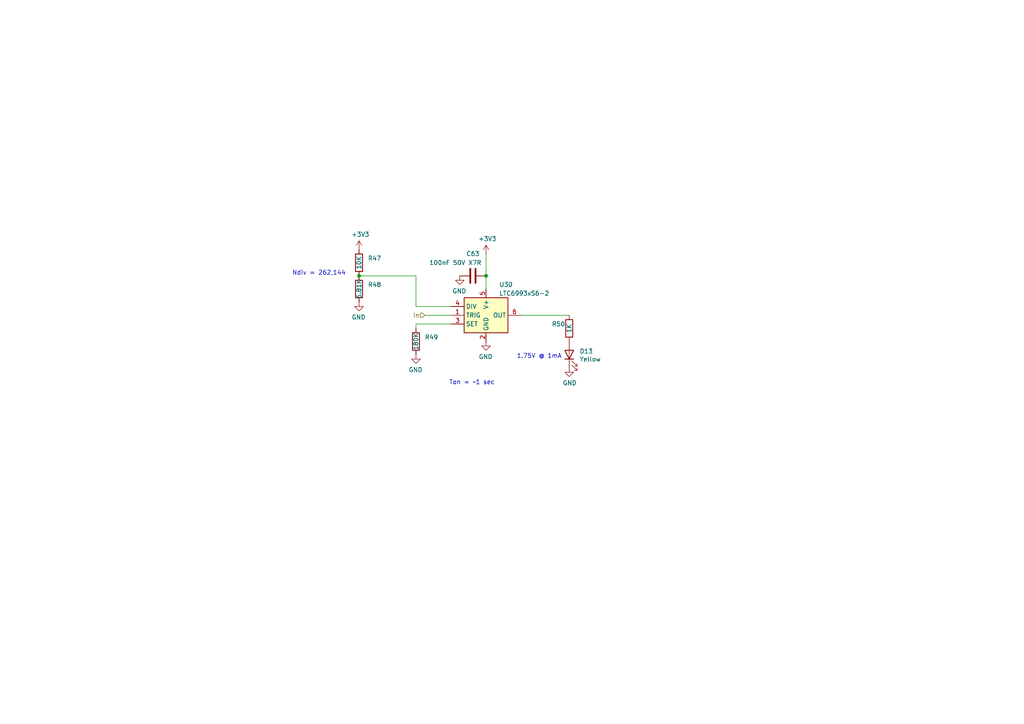
<source format=kicad_sch>
(kicad_sch (version 20231120) (generator "eeschema") (generator_version "8.0")
  (paper "A4")
  (title_block (title "Activity Indicator"))
  (lib_symbols
    (symbol "Device:C" (pin_numbers hide) (pin_names (offset 0.254))
      (property "Reference" "C" (at 0.635 2.54 0))
      (property "Value" "C" (at 0.635 -2.54 0))
      (symbol "C_0_1"
        (polyline (pts (xy -2.032 -0.762) (xy 2.032 -0.762)) (stroke (width 0.508)))
        (polyline (pts (xy -2.032 0.762) (xy 2.032 0.762)) (stroke (width 0.508)))
      )
      (symbol "C_1_1"
        (pin passive line (at 0 3.81 270) (length 2.794) (name "~") (number "1"))
        (pin passive line (at 0 -3.81 90) (length 2.794) (name "~") (number "2"))
      )
    )
    (symbol "Device:LED" (pin_numbers hide) (pin_names (offset 1.016) hide)
      (property "Reference" "D" (at 0 2.54 0))
      (property "Value" "LED" (at 0 -2.54 0))
      (symbol "LED_0_1"
        (polyline (pts (xy -1.27 -1.27) (xy -1.27 1.27)) (stroke (width 0.254)))
        (polyline (pts (xy -1.27 0) (xy 1.27 0)))
        (polyline (pts (xy 1.27 -1.27) (xy 1.27 1.27) (xy -1.27 0) (xy 1.27 -1.27)) (stroke (width 0.254)))
        (polyline (pts (xy -3.048 -0.762) (xy -4.572 -2.286) (xy -3.81 -2.286) (xy -4.572 -2.286) (xy -4.572 -1.524)))
        (polyline (pts (xy -1.778 -0.762) (xy -3.302 -2.286) (xy -2.54 -2.286) (xy -3.302 -2.286) (xy -3.302 -1.524)))
      )
      (symbol "LED_1_1"
        (pin passive line (at -3.81 0 0) (length 2.54) (name "K") (number "1"))
        (pin passive line (at 3.81 0 180) (length 2.54) (name "A") (number "2"))
      )
    )
    (symbol "Device:R" (pin_numbers hide) (pin_names (offset 0))
      (property "Reference" "R" (at 2.032 0 90))
      (property "Value" "R" (at 0 0 90))
      (symbol "R_0_1"
        (rectangle (start -1.016 -2.54) (end 1.016 2.54) (stroke (width 0.254)))
      )
      (symbol "R_1_1"
        (pin passive line (at 0 3.81 270) (length 1.27) (name "~") (number "1"))
        (pin passive line (at 0 -3.81 90) (length 1.27) (name "~") (number "2"))
      )
    )
    (symbol "Timer:LTC6993xS6-1"
      (property "Reference" "U" (at -5.08 6.35 0))
      (property "Value" "LTC6993xS6-1" (at 7.62 6.35 0))
      (symbol "LTC6993xS6-1_0_1"
        (rectangle (start -6.35 5.08) (end 6.35 -5.08) (stroke (width 0.254)) (fill (type background)))
      )
      (symbol "LTC6993xS6-1_1_1"
        (pin input line (at -10.16 0 0) (length 3.81) (name "TRIG") (number "1"))
        (pin power_in line (at 0 -7.62 90) (length 2.54) (name "GND") (number "2"))
        (pin passive line (at -10.16 -2.54 0) (length 3.81) (name "SET") (number "3"))
        (pin input line (at -10.16 2.54 0) (length 3.81) (name "DIV") (number "4"))
        (pin power_in line (at 0 7.62 270) (length 2.54) (name "V+") (number "5"))
        (pin output line (at 10.16 0 180) (length 3.81) (name "OUT") (number "6"))
      )
    )
    (symbol "backplane-rescue:+3.3V-power" (power) (pin_names (offset 0))
      (property "Value" "+3.3V-power" (at 0 3.556 0))
      (symbol "+3.3V-power_0_1"
        (polyline (pts (xy -0.762 1.27) (xy 0 2.54)))
        (polyline (pts (xy 0 0) (xy 0 2.54)))
        (polyline (pts (xy 0 2.54) (xy 0.762 1.27)))
      )
      (symbol "+3.3V-power_1_1"
        (pin power_in line (at 0 0 90) (length 0) hide (name "+3V3") (number "1"))
      )
    )
    (symbol "power:GND" (power) (pin_names (offset 0))
      (property "Value" "GND" (at 0 -3.81 0))
      (symbol "GND_0_1"
        (polyline (pts (xy 0 0) (xy 0 -1.27) (xy 1.27 -1.27) (xy 0 -2.54) (xy -1.27 -1.27) (xy 0 -1.27)))
      )
      (symbol "GND_1_1"
        (pin power_in line (at 0 0 270) (length 0) hide (name "GND") (number "1"))
      )
    )
  )
  (junction (at 140.97 80.01))
  (junction (at 104.14 80.01))
  (wire (pts (xy 120.65 88.9) (xy 120.65 80.01)))
  (wire (pts (xy 130.81 88.9) (xy 120.65 88.9)))
  (wire (pts (xy 120.65 95.25) (xy 120.65 93.98)))
  (wire (pts (xy 120.65 80.01) (xy 104.14 80.01)))
  (wire (pts (xy 120.65 93.98) (xy 130.81 93.98)))
  (wire (pts (xy 140.97 80.01) (xy 140.97 83.82)))
  (wire (pts (xy 123.19 91.44) (xy 130.81 91.44)))
  (wire (pts (xy 140.97 73.66) (xy 140.97 80.01)))
  (wire (pts (xy 151.13 91.44) (xy 165.1 91.44)))
  (text "Ton = ~1 sec" (at 143.51 111.76 0) (effects (font (size 1.27 1.27)) (justify right bottom)))
  (text "1.75V @ 1mA" (at 149.86 104.14 0) (effects (font (size 1.27 1.27)) (justify left bottom)))
  (text "Ndiv = 262,144" (at 100.33 80.01 0) (effects (font (size 1.27 1.27)) (justify right bottom)))
  (hierarchical_label "In" (shape input) (at 123.19 91.44 180))
  (symbol (lib_id "Timer:LTC6993xS6-1") (at 140.97 91.44 0) (unit 1)
    (property "Reference" "U30" (at 144.78 82.55 0) (effects (justify left)))
    (property "Value" "LTC6993xS6-2" (at 144.78 85.09 0) (effects (justify left)))
    (property "Footprint" "Don_std:TSOT-23-6" (effects (hide yes)))
    (property "Datasheet" "https://www.analog.com/media/en/technical-documentation/data-sheets/69931234fc.pdf" (effects (hide yes)))
    (property "Manufacturer" "Analog Devices/Linear Technology" (effects (hide yes)))
    (property "Part Number" "LTC6993CS6-2#TRMPBF" (effects (hide yes)))
    (property "Manufacturer Alt." "Analog Devices/Linear Technology" (effects (hide yes)))
    (property "Part Number Alt." "LTC6993IS6-2#TRMPBF" (effects (hide yes)))
    (property "Type" "SMT" (effects (hide yes)))
    (instances (project "backplane" (path "" (reference "U30") (unit 1)) (path "" (reference "U31") (unit 1)) (path "" (reference "U32") (unit 1)) (path "" (reference "U33") (unit 1))))
  )
  (symbol (lib_id "power:GND") (at 140.97 99.06 0) (mirror y) (unit 1)
    (property "Reference" "#PWR0222" (effects (hide yes)))
    (property "Value" "GND" (at 140.843 103.4542 0))
    (instances (project "backplane" (path "" (reference "#PWR0222") (unit 1)) (path "" (reference "#PWR0414") (unit 1)) (path "" (reference "#PWR0421") (unit 1)) (path "" (reference "#PWR0432") (unit 1))))
  )
  (symbol (lib_id "Device:C") (at 137.16 80.01 90) (unit 1)
    (property "Reference" "C63" (at 137.16 73.6092 90))
    (property "Value" "100nF 50V X7R" (at 132.08 76.2 90))
    (property "Footprint" "Capacitor_SMD:C_0603_1608Metric" (effects (hide yes)))
    (property "Type" "SMT" (effects (hide yes)))
    (property "Manufacturer" "Kemet" (effects (hide yes)))
    (property "Part Number" "C0603C104K5RACTU" (effects (hide yes)))
    (instances (project "backplane" (path "" (reference "C63") (unit 1)) (path "" (reference "C64") (unit 1)) (path "" (reference "C65") (unit 1)) (path "" (reference "C66") (unit 1))))
  )
  (symbol (lib_id "backplane-rescue:+3.3V-power") (at 140.97 73.66 0) (unit 1)
    (property "Reference" "#PWR0408" (effects (hide yes)))
    (property "Value" "+3V3" (at 141.351 69.2658 0))
    (instances (project "backplane" (path "" (reference "#PWR0408") (unit 1)) (path "" (reference "#PWR0415") (unit 1)) (path "" (reference "#PWR0422") (unit 1)) (path "" (reference "#PWR0433") (unit 1))))
  )
  (symbol (lib_id "power:GND") (at 133.35 80.01 0) (mirror y) (unit 1)
    (property "Reference" "#PWR0409" (effects (hide yes)))
    (property "Value" "GND" (at 133.223 84.4042 0))
    (instances (project "backplane" (path "" (reference "#PWR0409") (unit 1)) (path "" (reference "#PWR0416") (unit 1)) (path "" (reference "#PWR0423") (unit 1)) (path "" (reference "#PWR0434") (unit 1))))
  )
  (symbol (lib_id "Device:R") (at 104.14 76.2 0) (unit 1)
    (property "Reference" "R47" (at 106.68 74.93 0) (effects (justify left)))
    (property "Value" "10K" (at 104.14 76.2 90))
    (property "Footprint" "Resistor_SMD:R_0805_2012Metric" (effects (hide yes)))
    (property "Manufacturer" "KOA Speer" (effects (hide yes)))
    (property "Notes" "Can substitute generic resistor with same package, value, 1% tolerance" (effects (hide yes)))
    (property "Part Number" "RK73H2ATTD1002F" (effects (hide yes)))
    (property "Type" "SMT" (effects (hide yes)))
    (instances (project "backplane" (path "" (reference "R47") (unit 1)) (path "" (reference "R51") (unit 1)) (path "" (reference "R55") (unit 1)) (path "" (reference "R59") (unit 1))))
  )
  (symbol (lib_id "Device:R") (at 104.14 83.82 0) (unit 1)
    (property "Reference" "R48" (at 106.68 82.55 0) (effects (justify left)))
    (property "Value" "6.81K" (at 104.14 83.82 90))
    (property "Footprint" "Resistor_SMD:R_0805_2012Metric" (effects (hide yes)))
    (property "Manufacturer" "KOA Speer" (effects (hide yes)))
    (property "Notes" "Can substitute generic resistor with same package, value, 1% tolerance" (effects (hide yes)))
    (property "Part Number" "RK73H2ATTD6811F" (effects (hide yes)))
    (property "Type" "SMT" (effects (hide yes)))
    (instances (project "backplane" (path "" (reference "R48") (unit 1)) (path "" (reference "R52") (unit 1)) (path "" (reference "R56") (unit 1)) (path "" (reference "R60") (unit 1))))
  )
  (symbol (lib_id "power:GND") (at 104.14 87.63 0) (mirror y) (unit 1)
    (property "Reference" "#PWR0410" (effects (hide yes)))
    (property "Value" "GND" (at 104.013 92.0242 0))
    (instances (project "backplane" (path "" (reference "#PWR0410") (unit 1)) (path "" (reference "#PWR0417") (unit 1)) (path "" (reference "#PWR0424") (unit 1)) (path "" (reference "#PWR0435") (unit 1))))
  )
  (symbol (lib_id "backplane-rescue:+3.3V-power") (at 104.14 72.39 0) (unit 1)
    (property "Reference" "#PWR0411" (effects (hide yes)))
    (property "Value" "+3V3" (at 104.521 67.9958 0))
    (instances (project "backplane" (path "" (reference "#PWR0411") (unit 1)) (path "" (reference "#PWR0418") (unit 1)) (path "" (reference "#PWR0425") (unit 1)) (path "" (reference "#PWR0436") (unit 1))))
  )
  (symbol (lib_id "Device:LED") (at 165.1 102.87 90) (unit 1)
    (property "Reference" "D13" (at 168.0718 101.8794 90) (effects (justify right)))
    (property "Value" "Yellow" (at 168.0718 104.1908 90) (effects (justify right)))
    (property "Footprint" "LED_SMD:LED_0805_2012Metric" (effects (hide yes)))
    (property "Manufacturer" "Lite-On" (effects (hide yes)))
    (property "Part Number" "LTST-C170KSKT" (effects (hide yes)))
    (property "Type" "SMT" (effects (hide yes)))
    (instances (project "backplane" (path "" (reference "D13") (unit 1)) (path "" (reference "D14") (unit 1)) (path "" (reference "D15") (unit 1)) (path "" (reference "D16") (unit 1))))
  )
  (symbol (lib_id "power:GND") (at 165.1 106.68 0) (unit 1)
    (property "Reference" "#PWR0412" (effects (hide yes)))
    (property "Value" "GND" (at 165.227 111.0742 0))
    (instances (project "backplane" (path "" (reference "#PWR0412") (unit 1)) (path "" (reference "#PWR0419") (unit 1)) (path "" (reference "#PWR0426") (unit 1)) (path "" (reference "#PWR0437") (unit 1))))
  )
  (symbol (lib_id "Device:R") (at 165.1 95.25 0) (unit 1)
    (property "Reference" "R50" (at 160.02 93.98 0) (effects (justify left)))
    (property "Value" "1K" (at 165.1 95.25 90))
    (property "Footprint" "Resistor_SMD:R_0805_2012Metric" (effects (hide yes)))
    (property "Manufacturer" "KOA Speer" (effects (hide yes)))
    (property "Part Number" "RK73H2ATTD1001F" (effects (hide yes)))
    (property "Notes" "Can substitute generic resistor with same package, value, 1% tolerance" (effects (hide yes)))
    (property "Type" "SMT" (effects (hide yes)))
    (instances (project "backplane" (path "" (reference "R50") (unit 1)) (path "" (reference "R54") (unit 1)) (path "" (reference "R58") (unit 1)) (path "" (reference "R62") (unit 1))))
  )
  (symbol (lib_id "Device:R") (at 120.65 99.06 0) (unit 1)
    (property "Reference" "R49" (at 123.19 97.79 0) (effects (justify left)))
    (property "Value" "180K" (at 120.65 99.06 90))
    (property "Footprint" "Resistor_SMD:R_0805_2012Metric" (effects (hide yes)))
    (property "Manufacturer" "KOA Speer" (effects (hide yes)))
    (property "Notes" "Can substitute generic resistor with same package, value, 1% tolerance" (effects (hide yes)))
    (property "Part Number" "RK73H2ATTD1802F" (effects (hide yes)))
    (property "Type" "SMT" (effects (hide yes)))
    (instances (project "backplane" (path "" (reference "R49") (unit 1)) (path "" (reference "R53") (unit 1)) (path "" (reference "R57") (unit 1)) (path "" (reference "R61") (unit 1))))
  )
  (symbol (lib_id "power:GND") (at 120.65 102.87 0) (mirror y) (unit 1)
    (property "Reference" "#PWR0413" (effects (hide yes)))
    (property "Value" "GND" (at 120.523 107.2642 0))
    (instances (project "backplane" (path "" (reference "#PWR0413") (unit 1)) (path "" (reference "#PWR0420") (unit 1)) (path "" (reference "#PWR0427") (unit 1)) (path "" (reference "#PWR0438") (unit 1))))
  )
)
</source>
